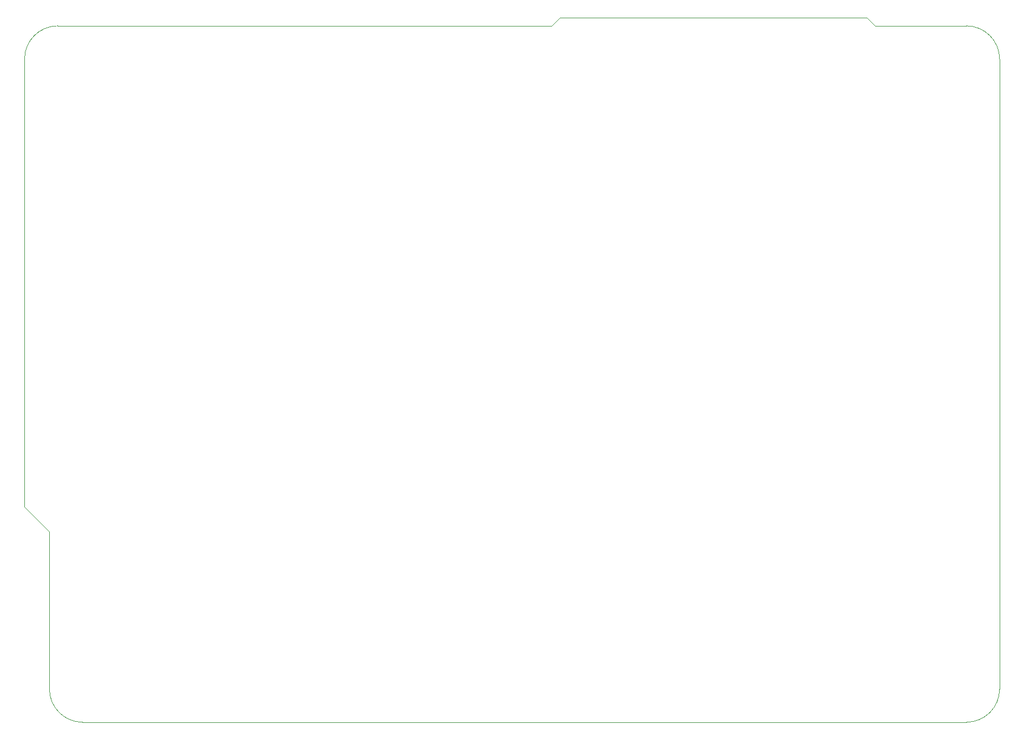
<source format=gbr>
%TF.GenerationSoftware,KiCad,Pcbnew,(5.1.9)-1*%
%TF.CreationDate,2021-06-11T12:31:16-04:00*%
%TF.ProjectId,UFC,5546432e-6b69-4636-9164-5f7063625858,rev?*%
%TF.SameCoordinates,Original*%
%TF.FileFunction,Profile,NP*%
%FSLAX46Y46*%
G04 Gerber Fmt 4.6, Leading zero omitted, Abs format (unit mm)*
G04 Created by KiCad (PCBNEW (5.1.9)-1) date 2021-06-11 12:31:16*
%MOMM*%
%LPD*%
G01*
G04 APERTURE LIST*
%TA.AperFunction,Profile*%
%ADD10C,0.050000*%
%TD*%
G04 APERTURE END LIST*
D10*
X73660000Y-124460000D02*
X73660000Y-148590000D01*
X69850000Y-120650000D02*
X73660000Y-124460000D01*
X219075000Y-124460000D02*
X219075000Y-52070000D01*
X69850000Y-120650000D02*
X69850000Y-52070000D01*
X213995000Y-153670000D02*
X78740000Y-153670000D01*
X219075000Y-124460000D02*
X219075000Y-148590000D01*
X150495000Y-46990000D02*
X74930000Y-46990000D01*
X151765000Y-45720000D02*
X150495000Y-46990000D01*
X198755000Y-45720000D02*
X151765000Y-45720000D01*
X200025000Y-46990000D02*
X198755000Y-45720000D01*
X213995000Y-46990000D02*
X200025000Y-46990000D01*
X78740000Y-153670000D02*
G75*
G02*
X73660000Y-148590000I0J5080000D01*
G01*
X219075000Y-148590000D02*
G75*
G02*
X213995000Y-153670000I-5080000J0D01*
G01*
X213995000Y-46990000D02*
G75*
G02*
X219075000Y-52070000I0J-5080000D01*
G01*
X69850000Y-52070000D02*
G75*
G02*
X74930000Y-46990000I5080000J0D01*
G01*
M02*

</source>
